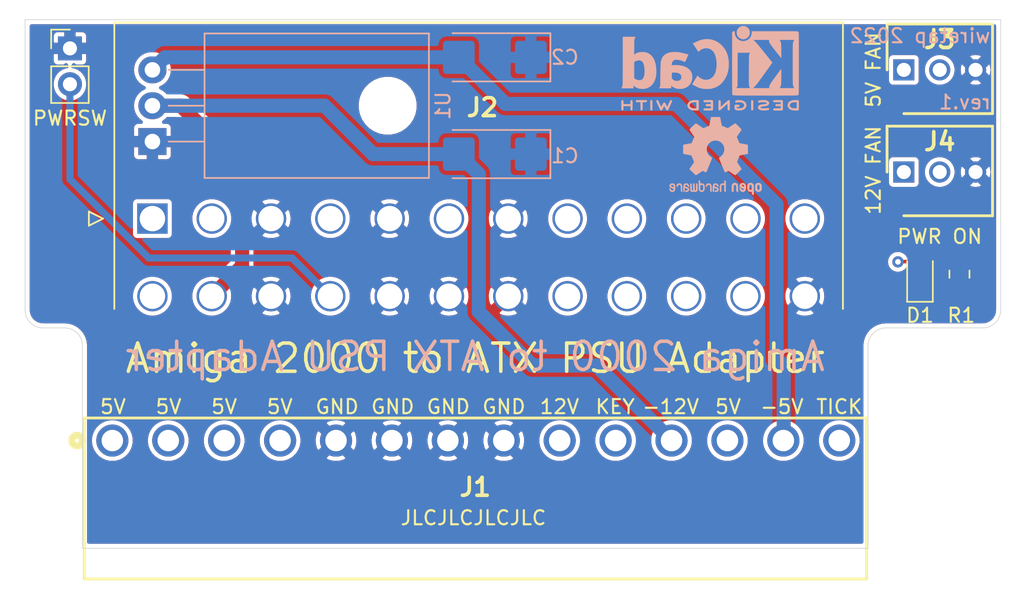
<source format=kicad_pcb>
(kicad_pcb (version 20171130) (host pcbnew "(5.1.6)-1")
  (layers (0 F.Cu signal) (1 In1.Cu power) (2 In2.Cu power) (31 B.Cu signal) (34 B.Paste user) (35 F.Paste user) (36 B.SilkS user) (37 F.SilkS user) (38 B.Mask user) (39 F.Mask user) (44 Edge.Cuts user))
  (net 0 "")
  (net 1 /GND)
  (net 2 /-12V)
  (net 3 /-5V)
  (net 4 "Net-(D1-Pad1)")
  (net 5 /PG)
  (net 6 "Net-(J1-Pad14)")
  (net 7 /5V)
  (net 8 "Net-(J1-Pad10)")
  (net 9 /12V)
  (net 10 /3.3V)
  (net 11 /5VSB)
  (net 12 /PS-ON)
  (net 13 "Net-(J2-Pad20)")
  (net 14 "Net-(J3-Pad1)")
  (net 15 "Net-(J4-Pad1)")
  (module Symbol:KiCad-Logo2_5mm_SilkScreen (layer B.Cu) (at 168.402 45.466 180)
    (fp_text reference REF** hide)
    (fp_text value KiCad-Logo2_5mm_SilkScreen hide)
  )
  (module Symbol:OSHW-Logo2_7.3x6mm_SilkScreen (layer B.Cu) (at 168.783 51.689 180)
    (fp_text reference REF** hide)
    (fp_text value OSHW-Logo2_7.3x6mm_SilkScreen hide)
  )
  (module Capacitor_Tantalum_SMD:CP_EIA-6032-28_Kemet-C_Pad2.25x2.35mm_HandSolder (layer B.Cu) (at 153.152 51.562 180)
    (fp_text reference C1 (at -4.963 -0.127) (layer B.SilkS) (effects (justify mirror)))
    (fp_text value 2.2uF)
    (pad 1 smd roundrect (at -2.55 0 180) (size 2.25 2.35) (layers B.Cu B.Paste B.Mask) (roundrect_rratio 0.111111) (net 1 /GND))
    (pad 2 smd roundrect (at 2.55 0 180) (size 2.25 2.35) (layers B.Cu B.Paste B.Mask) (roundrect_rratio 0.111111) (net 2 /-12V))
  )
  (module Capacitor_Tantalum_SMD:CP_EIA-6032-28_Kemet-C_Pad2.25x2.35mm_HandSolder (layer B.Cu) (at 153.152 44.704 180)
    (fp_text reference C2 (at -4.963 0) (layer B.SilkS) (effects (justify mirror)))
    (fp_text value 1uF)
    (pad 2 smd roundrect (at 2.55 0 180) (size 2.25 2.35) (layers B.Cu B.Paste B.Mask) (roundrect_rratio 0.111111) (net 3 /-5V))
    (pad 1 smd roundrect (at -2.55 0 180) (size 2.25 2.35) (layers B.Cu B.Paste B.Mask) (roundrect_rratio 0.111111) (net 1 /GND))
  )
  (module LED_SMD:LED_0805_2012Metric_Castellated (layer F.Cu) (at 183.261 60.1445 90)
    (fp_text reference D1 (at -2.8475 0 180) (layer F.SilkS))
    (fp_text value LED_Small_ALT)
    (pad 1 smd roundrect (at -0.9625 0 90) (size 1.325 1.3) (layers F.Cu F.Paste F.Mask) (roundrect_rratio 0.192308) (net 4 "Net-(D1-Pad1)"))
    (pad 2 smd roundrect (at 0.9625 0 90) (size 1.325 1.3) (layers F.Cu F.Paste F.Mask) (roundrect_rratio 0.192308) (net 7 /5V))
  )
  (module SamacSys_Parts:09481164 (layer F.Cu) (at 177.546 71.865001)
    (fp_text reference J1 (at -25.781 3.302) (layer F.SilkS) (effects (font (size 1.27 1.27) (thickness 0.254))))
    (fp_text value A2000 hide)
    (pad 14 thru_hole circle (at 0 0) (size 2.28 2.28) (drill 1.52) (layers *.Cu *.Mask) (net 6 "Net-(J1-Pad14)"))
    (pad 13 thru_hole circle (at -3.96 0) (size 2.28 2.28) (drill 1.52) (layers *.Cu *.Mask) (net 3 /-5V))
    (pad 12 thru_hole circle (at -7.92 0) (size 2.28 2.28) (drill 1.52) (layers *.Cu *.Mask) (net 7 /5V))
    (pad 11 thru_hole circle (at -11.88 0) (size 2.28 2.28) (drill 1.52) (layers *.Cu *.Mask) (net 2 /-12V))
    (pad 10 thru_hole circle (at -15.84 0) (size 2.28 2.28) (drill 1.52) (layers *.Cu *.Mask) (net 8 "Net-(J1-Pad10)"))
    (pad 9 thru_hole circle (at -19.8 0) (size 2.28 2.28) (drill 1.52) (layers *.Cu *.Mask) (net 9 /12V))
    (pad 3 thru_hole circle (at -43.56 0) (size 2.28 2.28) (drill 1.52) (layers *.Cu *.Mask) (net 7 /5V))
    (pad 4 thru_hole circle (at -39.6 0) (size 2.28 2.28) (drill 1.52) (layers *.Cu *.Mask) (net 7 /5V))
    (pad 8 thru_hole circle (at -23.76 0) (size 2.28 2.28) (drill 1.52) (layers *.Cu *.Mask) (net 1 /GND))
    (pad 5 thru_hole circle (at -35.64 0) (size 2.28 2.28) (drill 1.52) (layers *.Cu *.Mask) (net 1 /GND))
    (pad 7 thru_hole circle (at -27.72 0) (size 2.28 2.28) (drill 1.52) (layers *.Cu *.Mask) (net 1 /GND))
    (pad 6 thru_hole circle (at -31.68 0) (size 2.28 2.28) (drill 1.52) (layers *.Cu *.Mask) (net 1 /GND))
    (pad 2 thru_hole circle (at -47.52 0) (size 2.28 2.28) (drill 1.52) (layers *.Cu *.Mask) (net 7 /5V))
    (pad 1 thru_hole circle (at -51.48 0) (size 2.28 2.28) (drill 1.52) (layers *.Cu *.Mask) (net 7 /5V))
  )
  (module 87427-2402 (layer F.Cu) (at 128.905 56.134 180)
    (fp_text reference J2 (at -23.368 7.874) (layer F.SilkS) (effects (font (size 1.27 1.27) (thickness 0.254))))
    (fp_text value ATX hide)
    (pad 1 thru_hole rect (at 0 0 180) (size 2.15 2.15) (drill 1.8) (layers *.Cu *.Mask) (net 10 /3.3V))
    (pad 2 thru_hole circle (at -4.2 0 180) (size 2.15 2.15) (drill 1.8) (layers *.Cu *.Mask) (net 10 /3.3V))
    (pad 3 thru_hole circle (at -8.4 0 180) (size 2.15 2.15) (drill 1.8) (layers *.Cu *.Mask) (net 1 /GND))
    (pad 4 thru_hole circle (at -12.6 0 180) (size 2.15 2.15) (drill 1.8) (layers *.Cu *.Mask) (net 7 /5V))
    (pad 5 thru_hole circle (at -16.8 0 180) (size 2.15 2.15) (drill 1.8) (layers *.Cu *.Mask) (net 1 /GND))
    (pad 6 thru_hole circle (at -21 0 180) (size 2.15 2.15) (drill 1.8) (layers *.Cu *.Mask) (net 7 /5V))
    (pad 7 thru_hole circle (at -25.2 0 180) (size 2.15 2.15) (drill 1.8) (layers *.Cu *.Mask) (net 1 /GND))
    (pad 8 thru_hole circle (at -29.4 0 180) (size 2.15 2.15) (drill 1.8) (layers *.Cu *.Mask) (net 5 /PG))
    (pad 9 thru_hole circle (at -33.6 0 180) (size 2.15 2.15) (drill 1.8) (layers *.Cu *.Mask) (net 11 /5VSB))
    (pad 10 thru_hole circle (at -37.8 0 180) (size 2.15 2.15) (drill 1.8) (layers *.Cu *.Mask) (net 9 /12V))
    (pad 11 thru_hole circle (at -42 0 180) (size 2.15 2.15) (drill 1.8) (layers *.Cu *.Mask) (net 9 /12V))
    (pad 12 thru_hole circle (at -46.2 0 180) (size 2.15 2.15) (drill 1.8) (layers *.Cu *.Mask) (net 10 /3.3V))
    (pad 13 thru_hole circle (at 0 -5.5 180) (size 2.15 2.15) (drill 1.8) (layers *.Cu *.Mask) (net 10 /3.3V))
    (pad 14 thru_hole circle (at -4.2 -5.5 180) (size 2.15 2.15) (drill 1.8) (layers *.Cu *.Mask) (net 2 /-12V))
    (pad 15 thru_hole circle (at -8.4 -5.5 180) (size 2.15 2.15) (drill 1.8) (layers *.Cu *.Mask) (net 1 /GND))
    (pad 16 thru_hole circle (at -12.6 -5.5 180) (size 2.15 2.15) (drill 1.8) (layers *.Cu *.Mask) (net 12 /PS-ON))
    (pad 17 thru_hole circle (at -16.8 -5.5 180) (size 2.15 2.15) (drill 1.8) (layers *.Cu *.Mask) (net 1 /GND))
    (pad 18 thru_hole circle (at -21 -5.5 180) (size 2.15 2.15) (drill 1.8) (layers *.Cu *.Mask) (net 1 /GND))
    (pad 19 thru_hole circle (at -25.2 -5.5 180) (size 2.15 2.15) (drill 1.8) (layers *.Cu *.Mask) (net 1 /GND))
    (pad 20 thru_hole circle (at -29.4 -5.5 180) (size 2.15 2.15) (drill 1.8) (layers *.Cu *.Mask) (net 13 "Net-(J2-Pad20)"))
    (pad 21 thru_hole circle (at -33.6 -5.5 180) (size 2.15 2.15) (drill 1.8) (layers *.Cu *.Mask) (net 7 /5V))
    (pad 22 thru_hole circle (at -37.8 -5.5 180) (size 2.15 2.15) (drill 1.8) (layers *.Cu *.Mask) (net 7 /5V))
    (pad 23 thru_hole circle (at -42 -5.5 180) (size 2.15 2.15) (drill 1.8) (layers *.Cu *.Mask) (net 7 /5V))
    (pad 24 thru_hole circle (at -46.2 -5.5 180) (size 2.15 2.15) (drill 1.8) (layers *.Cu *.Mask) (net 1 /GND))
  )
  (module SHDR3W82P0X254_1X3_747X635X818P (layer F.Cu) (at 182.118 45.593)
    (fp_text reference J3 (at 2.54 -2.159) (layer F.SilkS) (effects (font (size 1.27 1.27) (thickness 0.254))))
    (fp_text value "5V Fan" hide)
    (pad 3 thru_hole circle (at 5.08 0) (size 1.5 1.5) (drill 1) (layers *.Cu *.Mask) (net 1 /GND))
    (pad 2 thru_hole circle (at 2.54 0) (size 1.5 1.5) (drill 1) (layers *.Cu *.Mask) (net 7 /5V))
    (pad 1 thru_hole rect (at 0 0) (size 1.5 1.5) (drill 1) (layers *.Cu *.Mask) (net 14 "Net-(J3-Pad1)"))
  )
  (module SHDR3W82P0X254_1X3_747X635X818P (layer F.Cu) (at 182.118 52.832)
    (fp_text reference J4 (at 2.54 -2.159) (layer F.SilkS) (effects (font (size 1.27 1.27) (thickness 0.254))))
    (fp_text value "12V Fan" hide)
    (pad 1 thru_hole rect (at 0 0) (size 1.5 1.5) (drill 1) (layers *.Cu *.Mask) (net 15 "Net-(J4-Pad1)"))
    (pad 2 thru_hole circle (at 2.54 0) (size 1.5 1.5) (drill 1) (layers *.Cu *.Mask) (net 9 /12V))
    (pad 3 thru_hole circle (at 5.08 0) (size 1.5 1.5) (drill 1) (layers *.Cu *.Mask) (net 1 /GND))
  )
  (module Connector_PinHeader_2.54mm:PinHeader_1x02_P2.54mm_Vertical (layer F.Cu) (at 123.063 44.069)
    (fp_text reference PWRSW (at 0 4.953) (layer F.SilkS))
    (fp_text value PS_ON)
    (pad 1 thru_hole rect (at 0 0) (size 1.7 1.7) (drill 1) (layers *.Cu *.Mask) (net 1 /GND))
    (pad 2 thru_hole oval (at 0 2.54) (size 1.7 1.7) (drill 1) (layers *.Cu *.Mask) (net 12 /PS-ON))
  )
  (module Resistor_SMD:R_0805_2012Metric_Pad1.15x1.40mm_HandSolder (layer F.Cu) (at 186.055 60.071 270)
    (fp_text reference R1 (at 2.921 -0.127 180) (layer F.SilkS))
    (fp_text value 1k)
    (pad 1 smd roundrect (at -1.025 0 270) (size 1.15 1.4) (layers F.Cu F.Paste F.Mask) (roundrect_rratio 0.217391) (net 1 /GND))
    (pad 2 smd roundrect (at 1.025 0 270) (size 1.15 1.4) (layers F.Cu F.Paste F.Mask) (roundrect_rratio 0.217391) (net 4 "Net-(D1-Pad1)"))
  )
  (module Package_TO_SOT_THT:TO-220-3_Horizontal_TabDown (layer B.Cu) (at 128.905 50.673 90)
    (fp_text reference U1 (at 2.54 20.58 -90) (layer B.SilkS) (effects (justify mirror)))
    (fp_text value L7905)
    (pad "" np_thru_hole oval (at 2.54 16.66 90) (size 3.5 3.5) (drill 3.5) (layers *.Cu *.Mask))
    (pad 1 thru_hole rect (at 0 0 90) (size 1.905 2) (drill 1.1) (layers *.Cu *.Mask) (net 1 /GND))
    (pad 2 thru_hole oval (at 2.54 0 90) (size 1.905 2) (drill 1.1) (layers *.Cu *.Mask) (net 2 /-12V))
    (pad 3 thru_hole oval (at 5.08 0 90) (size 1.905 2) (drill 1.1) (layers *.Cu *.Mask) (net 3 /-5V))
  )
  (gr_text rev.1 (at 186.436 47.879) (layer B.SilkS) (effects (font (size 1 1)) (justify mirror)))
  (gr_text "wiretap 2022" (at 183.261 43.18) (layer B.SilkS) (effects (font (size 1 1)) (justify mirror)))
  (gr_text "Amiga 2000 to ATX PSU Adapter" (at 151.765 65.913) (layer B.SilkS) (effects (font (size 2 2) (thickness 0.25)) (justify mirror)))
  (gr_text "Amiga 2000 to ATX PSU Adapter" (at 151.765 66.04) (layer F.SilkS) (effects (font (size 2 2) (thickness 0.25))))
  (gr_text "5V FAN" (at 179.959 45.593 90) (layer F.SilkS) (effects (font (size 1 1))))
  (gr_text "12V FAN" (at 179.959 52.705 90) (layer F.SilkS) (effects (font (size 1 1))))
  (gr_text "PWR ON" (at 184.658 57.404) (layer F.SilkS) (effects (font (size 1 1))))
  (gr_arc (start 187.706 62.611) (end 187.706 63.881) (angle -90) (layer Edge.Cuts) (width 0.05))
  (gr_arc (start 121.158 62.611) (end 119.888 62.611) (angle -90) (layer Edge.Cuts) (width 0.05))
  (gr_line (start 119.888 42.037) (end 124.968 42.037) (layer Edge.Cuts) (width 0.05))
  (gr_line (start 119.888 62.611) (end 119.888 42.037) (layer Edge.Cuts) (width 0.05))
  (gr_line (start 122.682 63.881) (end 121.158 63.881) (layer Edge.Cuts) (width 0.05))
  (gr_line (start 188.976 42.037) (end 124.968 42.037) (layer Edge.Cuts) (width 0.05))
  (gr_line (start 188.976 62.611) (end 188.976 42.037) (layer Edge.Cuts) (width 0.05))
  (gr_line (start 180.848 63.881) (end 187.706 63.881) (layer Edge.Cuts) (width 0.05))
  (gr_line (start 179.578 69.088) (end 179.578 65.151) (layer Edge.Cuts) (width 0.05))
  (gr_line (start 123.952 65.151) (end 123.952 69.088) (layer Edge.Cuts) (width 0.05))
  (gr_arc (start 122.682 65.151) (end 123.952 65.151) (angle -90) (layer Edge.Cuts) (width 0.05))
  (gr_arc (start 180.848 65.151) (end 180.848 63.881) (angle -90) (layer Edge.Cuts) (width 0.05))
  (gr_text TICK (at 177.546 69.469) (layer F.SilkS) (effects (font (size 1 1))))
  (gr_text -5V (at 173.482 69.469) (layer F.SilkS) (effects (font (size 1 1))))
  (gr_text 5V (at 169.672 69.469) (layer F.SilkS) (effects (font (size 1 1))))
  (gr_text -12V (at 165.608 69.469) (layer F.SilkS) (effects (font (size 1 1))))
  (gr_text KEY (at 161.671 69.469) (layer F.SilkS) (effects (font (size 1 1))))
  (gr_text 12V (at 157.734 69.469) (layer F.SilkS) (effects (font (size 1 1))))
  (gr_text GND (at 153.797 69.469) (layer F.SilkS) (effects (font (size 1 1))))
  (gr_text GND (at 149.86 69.469) (layer F.SilkS) (effects (font (size 1 1))))
  (gr_text GND (at 145.923 69.469) (layer F.SilkS) (effects (font (size 1 1))))
  (gr_text GND (at 141.986 69.469) (layer F.SilkS) (effects (font (size 1 1))))
  (gr_text 5V (at 137.922 69.469) (layer F.SilkS) (effects (font (size 1 1))))
  (gr_text 5V (at 133.985 69.469) (layer F.SilkS) (effects (font (size 1 1))))
  (gr_text 5V (at 130.048 69.469) (layer F.SilkS) (effects (font (size 1 1))))
  (gr_text 5V (at 126.111 69.469) (layer F.SilkS) (effects (font (size 1 1))))
  (gr_line (start 123.952 79.502) (end 123.952 69.088) (layer Edge.Cuts) (width 0.05))
  (gr_line (start 179.578 79.502) (end 179.578 69.088) (layer Edge.Cuts) (width 0.05))
  (gr_line (start 123.952 79.502) (end 179.578 79.502) (layer Edge.Cuts) (width 0.05))
  (gr_text JLCJLCJLCJLC (at 151.638 77.343) (layer F.SilkS) (effects (font (size 1 1))))
  (segment (start 130.905 48.133) (end 135.255 52.483) (width 1) (layer F.Cu) (net 2))
  (segment (start 128.905 48.133) (end 130.905 48.133) (width 1) (layer F.Cu) (net 2))
  (segment (start 135.255 59.484) (end 133.105 61.634) (width 1) (layer F.Cu) (net 2))
  (segment (start 135.255 52.483) (end 135.255 59.484) (width 1) (layer F.Cu) (net 2))
  (segment (start 141.097 48.133) (end 128.905 48.133) (width 1) (layer B.Cu) (net 2))
  (segment (start 150.602 51.562) (end 144.526 51.562) (width 1) (layer B.Cu) (net 2))
  (segment (start 144.526 51.562) (end 141.097 48.133) (width 1) (layer B.Cu) (net 2))
  (segment (start 160.348999 66.548) (end 165.666 71.865001) (width 1) (layer B.Cu) (net 2))
  (segment (start 152.019 62.738) (end 155.829 66.548) (width 1) (layer B.Cu) (net 2))
  (segment (start 150.602 51.562) (end 152.019 52.979) (width 1) (layer B.Cu) (net 2))
  (segment (start 155.829 66.548) (end 160.348999 66.548) (width 1) (layer B.Cu) (net 2))
  (segment (start 152.019 52.979) (end 152.019 62.738) (width 1) (layer B.Cu) (net 2))
  (segment (start 129.794 44.704) (end 128.905 45.593) (width 1) (layer B.Cu) (net 3))
  (segment (start 150.602 44.704) (end 129.794 44.704) (width 1) (layer B.Cu) (net 3))
  (segment (start 173.609 71.842001) (end 173.586 71.865001) (width 1) (layer B.Cu) (net 3))
  (segment (start 173.609 66.548) (end 173.609 71.842001) (width 1) (layer B.Cu) (net 3))
  (segment (start 153.904 48.006) (end 165.989 48.006) (width 1) (layer B.Cu) (net 3))
  (segment (start 150.602 44.704) (end 153.904 48.006) (width 1) (layer B.Cu) (net 3))
  (segment (start 173.101 66.04) (end 173.609 66.548) (width 1) (layer B.Cu) (net 3))
  (segment (start 165.989 48.006) (end 173.101 55.118) (width 1) (layer B.Cu) (net 3))
  (segment (start 173.101 55.118) (end 173.101 66.04) (width 1) (layer B.Cu) (net 3))
  (segment (start 186.044 61.107) (end 186.055 61.096) (width 0.5) (layer F.Cu) (net 4))
  (segment (start 183.261 61.107) (end 186.044 61.107) (width 0.5) (layer F.Cu) (net 4))
  (via (at 181.7 59.2) (size 0.8) (drill 0.4) (layers F.Cu B.Cu) (net 7))
  (segment (start 183.261 59.182) (end 181.718 59.182) (width 0.25) (layer F.Cu) (net 7))
  (segment (start 181.718 59.182) (end 181.7 59.2) (width 0.25) (layer F.Cu) (net 7))
  (segment (start 138.799 58.928) (end 141.505 61.634) (width 0.5) (layer B.Cu) (net 12))
  (segment (start 123.063 46.609) (end 123.063 53.34) (width 0.5) (layer B.Cu) (net 12))
  (segment (start 128.651 58.928) (end 138.799 58.928) (width 0.5) (layer B.Cu) (net 12))
  (segment (start 123.063 53.34) (end 128.651 58.928) (width 0.5) (layer B.Cu) (net 12))
  (zone (net 1) (net_name /GND) (layer F.Cu) (connect_pads (clearance 0.3)) (min_thickness 0.254) (fill yes (arc_segments 32) (thermal_gap 0.3) (thermal_bridge_width 0.8))
    (polygon (pts (xy 190.5 83.82) (xy 118.11 83.82) (xy 118.11 40.64) (xy 190.5 40.64)))
  )
  (zone (net 1) (net_name /GND) (layer B.Cu) (connect_pads (clearance 0.3)) (min_thickness 0.254) (fill yes (arc_segments 32) (thermal_gap 0.3) (thermal_bridge_width 0.8))
    (polygon (pts (xy 190.627 83.82) (xy 118.11 83.82) (xy 118.11 40.64) (xy 190.5 40.64)))
  )
)
</source>
